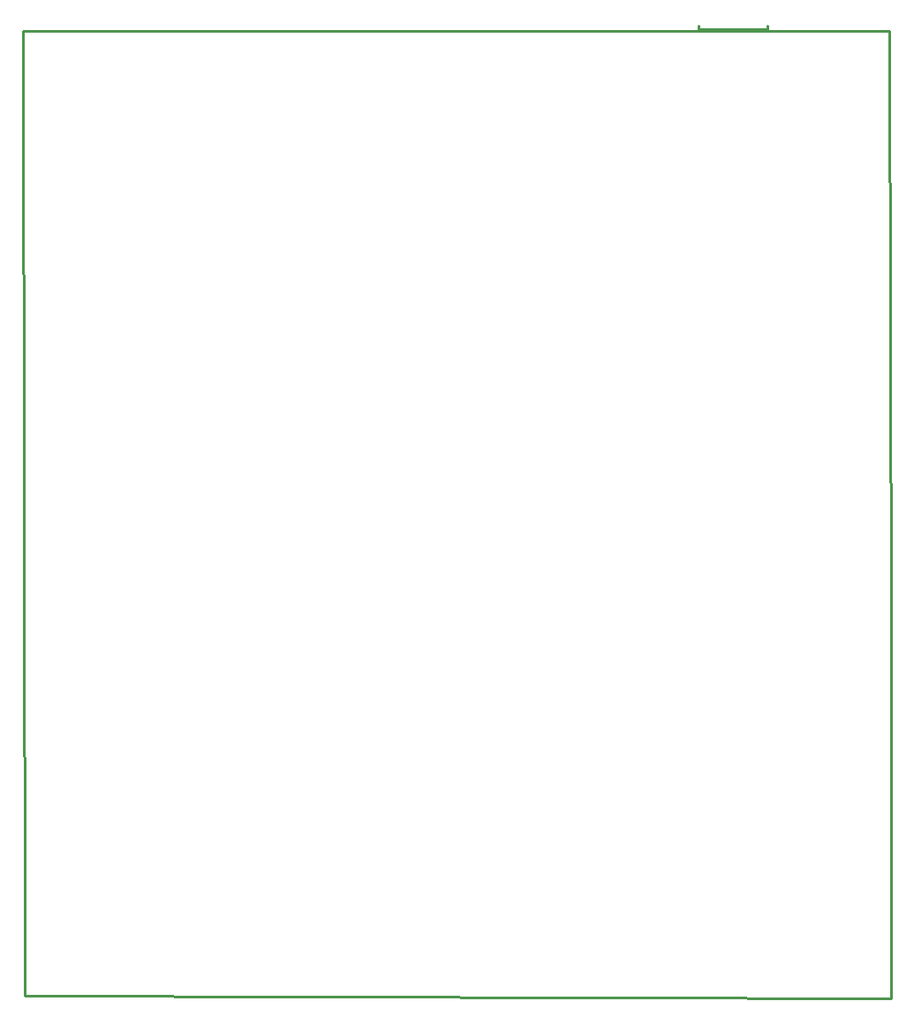
<source format=gko>
G04 Layer: BoardOutlineLayer*
G04 EasyEDA v6.5.42, 2024-04-02 15:40:29*
G04 8b502a5043014c5c8b579c1251e0877e,acb5ada5342d49438264df6f97d5643c,10*
G04 Gerber Generator version 0.2*
G04 Scale: 100 percent, Rotated: No, Reflected: No *
G04 Dimensions in millimeters *
G04 leading zeros omitted , absolute positions ,4 integer and 5 decimal *
%FSLAX45Y45*%
%MOMM*%

%ADD10C,0.2540*%
D10*
X1016000Y7378700D02*
G01*
X1016000Y7378700D01*
X1016000Y7391400D01*
X9321800Y7391400D01*
X9334500Y1633981D01*
X9334500Y-1879600D01*
X9334500Y-1879600D01*
X1092200Y-1854200D01*
X1028700Y-1854200D01*
X1016000Y7391400D01*
X1016000Y7378700D01*
X7493200Y7410104D02*
G01*
X7493200Y7440104D01*
X8153199Y7410104D02*
G01*
X8153199Y7440104D01*
X7493200Y7410104D02*
G01*
X8153199Y7410104D01*

%LPD*%
M02*

</source>
